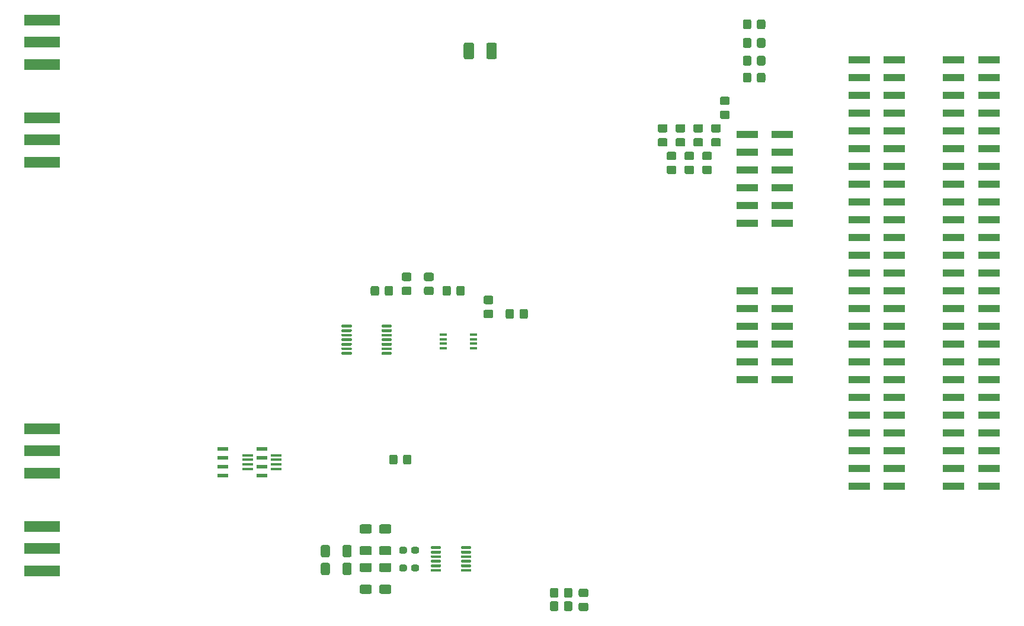
<source format=gtp>
G04 #@! TF.GenerationSoftware,KiCad,Pcbnew,5.1.10-88a1d61d58~88~ubuntu18.04.1*
G04 #@! TF.CreationDate,2022-02-07T17:50:13+01:00*
G04 #@! TF.ProjectId,FPGA_buffer_board,46504741-5f62-4756-9666-65725f626f61,v1.4*
G04 #@! TF.SameCoordinates,Original*
G04 #@! TF.FileFunction,Paste,Top*
G04 #@! TF.FilePolarity,Positive*
%FSLAX46Y46*%
G04 Gerber Fmt 4.6, Leading zero omitted, Abs format (unit mm)*
G04 Created by KiCad (PCBNEW 5.1.10-88a1d61d58~88~ubuntu18.04.1) date 2022-02-07 17:50:13*
%MOMM*%
%LPD*%
G01*
G04 APERTURE LIST*
%ADD10R,3.150000X1.000000*%
%ADD11R,1.520000X0.600000*%
%ADD12R,1.524000X0.450000*%
%ADD13R,5.080000X1.500000*%
%ADD14R,1.100000X0.400000*%
G04 APERTURE END LIST*
G36*
G01*
X189160999Y-73298000D02*
X190061001Y-73298000D01*
G75*
G02*
X190311000Y-73547999I0J-249999D01*
G01*
X190311000Y-74248001D01*
G75*
G02*
X190061001Y-74498000I-249999J0D01*
G01*
X189160999Y-74498000D01*
G75*
G02*
X188911000Y-74248001I0J249999D01*
G01*
X188911000Y-73547999D01*
G75*
G02*
X189160999Y-73298000I249999J0D01*
G01*
G37*
G36*
G01*
X189160999Y-71298000D02*
X190061001Y-71298000D01*
G75*
G02*
X190311000Y-71547999I0J-249999D01*
G01*
X190311000Y-72248001D01*
G75*
G02*
X190061001Y-72498000I-249999J0D01*
G01*
X189160999Y-72498000D01*
G75*
G02*
X188911000Y-72248001I0J249999D01*
G01*
X188911000Y-71547999D01*
G75*
G02*
X189160999Y-71298000I249999J0D01*
G01*
G37*
G36*
G01*
X193402000Y-60509999D02*
X193402000Y-61410001D01*
G75*
G02*
X193152001Y-61660000I-249999J0D01*
G01*
X192451999Y-61660000D01*
G75*
G02*
X192202000Y-61410001I0J249999D01*
G01*
X192202000Y-60509999D01*
G75*
G02*
X192451999Y-60260000I249999J0D01*
G01*
X193152001Y-60260000D01*
G75*
G02*
X193402000Y-60509999I0J-249999D01*
G01*
G37*
G36*
G01*
X195402000Y-60509999D02*
X195402000Y-61410001D01*
G75*
G02*
X195152001Y-61660000I-249999J0D01*
G01*
X194451999Y-61660000D01*
G75*
G02*
X194202000Y-61410001I0J249999D01*
G01*
X194202000Y-60509999D01*
G75*
G02*
X194451999Y-60260000I249999J0D01*
G01*
X195152001Y-60260000D01*
G75*
G02*
X195402000Y-60509999I0J-249999D01*
G01*
G37*
G36*
G01*
X193402000Y-63176999D02*
X193402000Y-64077001D01*
G75*
G02*
X193152001Y-64327000I-249999J0D01*
G01*
X192451999Y-64327000D01*
G75*
G02*
X192202000Y-64077001I0J249999D01*
G01*
X192202000Y-63176999D01*
G75*
G02*
X192451999Y-62927000I249999J0D01*
G01*
X193152001Y-62927000D01*
G75*
G02*
X193402000Y-63176999I0J-249999D01*
G01*
G37*
G36*
G01*
X195402000Y-63176999D02*
X195402000Y-64077001D01*
G75*
G02*
X195152001Y-64327000I-249999J0D01*
G01*
X194451999Y-64327000D01*
G75*
G02*
X194202000Y-64077001I0J249999D01*
G01*
X194202000Y-63176999D01*
G75*
G02*
X194451999Y-62927000I249999J0D01*
G01*
X195152001Y-62927000D01*
G75*
G02*
X195402000Y-63176999I0J-249999D01*
G01*
G37*
G36*
G01*
X193402000Y-65716999D02*
X193402000Y-66617001D01*
G75*
G02*
X193152001Y-66867000I-249999J0D01*
G01*
X192451999Y-66867000D01*
G75*
G02*
X192202000Y-66617001I0J249999D01*
G01*
X192202000Y-65716999D01*
G75*
G02*
X192451999Y-65467000I249999J0D01*
G01*
X193152001Y-65467000D01*
G75*
G02*
X193402000Y-65716999I0J-249999D01*
G01*
G37*
G36*
G01*
X195402000Y-65716999D02*
X195402000Y-66617001D01*
G75*
G02*
X195152001Y-66867000I-249999J0D01*
G01*
X194451999Y-66867000D01*
G75*
G02*
X194202000Y-66617001I0J249999D01*
G01*
X194202000Y-65716999D01*
G75*
G02*
X194451999Y-65467000I249999J0D01*
G01*
X195152001Y-65467000D01*
G75*
G02*
X195402000Y-65716999I0J-249999D01*
G01*
G37*
G36*
G01*
X193402000Y-68129999D02*
X193402000Y-69030001D01*
G75*
G02*
X193152001Y-69280000I-249999J0D01*
G01*
X192451999Y-69280000D01*
G75*
G02*
X192202000Y-69030001I0J249999D01*
G01*
X192202000Y-68129999D01*
G75*
G02*
X192451999Y-67880000I249999J0D01*
G01*
X193152001Y-67880000D01*
G75*
G02*
X193402000Y-68129999I0J-249999D01*
G01*
G37*
G36*
G01*
X195402000Y-68129999D02*
X195402000Y-69030001D01*
G75*
G02*
X195152001Y-69280000I-249999J0D01*
G01*
X194451999Y-69280000D01*
G75*
G02*
X194202000Y-69030001I0J249999D01*
G01*
X194202000Y-68129999D01*
G75*
G02*
X194451999Y-67880000I249999J0D01*
G01*
X195152001Y-67880000D01*
G75*
G02*
X195402000Y-68129999I0J-249999D01*
G01*
G37*
G36*
G01*
X180270999Y-77235000D02*
X181171001Y-77235000D01*
G75*
G02*
X181421000Y-77484999I0J-249999D01*
G01*
X181421000Y-78185001D01*
G75*
G02*
X181171001Y-78435000I-249999J0D01*
G01*
X180270999Y-78435000D01*
G75*
G02*
X180021000Y-78185001I0J249999D01*
G01*
X180021000Y-77484999D01*
G75*
G02*
X180270999Y-77235000I249999J0D01*
G01*
G37*
G36*
G01*
X180270999Y-75235000D02*
X181171001Y-75235000D01*
G75*
G02*
X181421000Y-75484999I0J-249999D01*
G01*
X181421000Y-76185001D01*
G75*
G02*
X181171001Y-76435000I-249999J0D01*
G01*
X180270999Y-76435000D01*
G75*
G02*
X180021000Y-76185001I0J249999D01*
G01*
X180021000Y-75484999D01*
G75*
G02*
X180270999Y-75235000I249999J0D01*
G01*
G37*
G36*
G01*
X181540999Y-81172000D02*
X182441001Y-81172000D01*
G75*
G02*
X182691000Y-81421999I0J-249999D01*
G01*
X182691000Y-82122001D01*
G75*
G02*
X182441001Y-82372000I-249999J0D01*
G01*
X181540999Y-82372000D01*
G75*
G02*
X181291000Y-82122001I0J249999D01*
G01*
X181291000Y-81421999D01*
G75*
G02*
X181540999Y-81172000I249999J0D01*
G01*
G37*
G36*
G01*
X181540999Y-79172000D02*
X182441001Y-79172000D01*
G75*
G02*
X182691000Y-79421999I0J-249999D01*
G01*
X182691000Y-80122001D01*
G75*
G02*
X182441001Y-80372000I-249999J0D01*
G01*
X181540999Y-80372000D01*
G75*
G02*
X181291000Y-80122001I0J249999D01*
G01*
X181291000Y-79421999D01*
G75*
G02*
X181540999Y-79172000I249999J0D01*
G01*
G37*
G36*
G01*
X182810999Y-77235000D02*
X183711001Y-77235000D01*
G75*
G02*
X183961000Y-77484999I0J-249999D01*
G01*
X183961000Y-78185001D01*
G75*
G02*
X183711001Y-78435000I-249999J0D01*
G01*
X182810999Y-78435000D01*
G75*
G02*
X182561000Y-78185001I0J249999D01*
G01*
X182561000Y-77484999D01*
G75*
G02*
X182810999Y-77235000I249999J0D01*
G01*
G37*
G36*
G01*
X182810999Y-75235000D02*
X183711001Y-75235000D01*
G75*
G02*
X183961000Y-75484999I0J-249999D01*
G01*
X183961000Y-76185001D01*
G75*
G02*
X183711001Y-76435000I-249999J0D01*
G01*
X182810999Y-76435000D01*
G75*
G02*
X182561000Y-76185001I0J249999D01*
G01*
X182561000Y-75484999D01*
G75*
G02*
X182810999Y-75235000I249999J0D01*
G01*
G37*
G36*
G01*
X184080999Y-81172000D02*
X184981001Y-81172000D01*
G75*
G02*
X185231000Y-81421999I0J-249999D01*
G01*
X185231000Y-82122001D01*
G75*
G02*
X184981001Y-82372000I-249999J0D01*
G01*
X184080999Y-82372000D01*
G75*
G02*
X183831000Y-82122001I0J249999D01*
G01*
X183831000Y-81421999D01*
G75*
G02*
X184080999Y-81172000I249999J0D01*
G01*
G37*
G36*
G01*
X184080999Y-79172000D02*
X184981001Y-79172000D01*
G75*
G02*
X185231000Y-79421999I0J-249999D01*
G01*
X185231000Y-80122001D01*
G75*
G02*
X184981001Y-80372000I-249999J0D01*
G01*
X184080999Y-80372000D01*
G75*
G02*
X183831000Y-80122001I0J249999D01*
G01*
X183831000Y-79421999D01*
G75*
G02*
X184080999Y-79172000I249999J0D01*
G01*
G37*
G36*
G01*
X185350999Y-77235000D02*
X186251001Y-77235000D01*
G75*
G02*
X186501000Y-77484999I0J-249999D01*
G01*
X186501000Y-78185001D01*
G75*
G02*
X186251001Y-78435000I-249999J0D01*
G01*
X185350999Y-78435000D01*
G75*
G02*
X185101000Y-78185001I0J249999D01*
G01*
X185101000Y-77484999D01*
G75*
G02*
X185350999Y-77235000I249999J0D01*
G01*
G37*
G36*
G01*
X185350999Y-75235000D02*
X186251001Y-75235000D01*
G75*
G02*
X186501000Y-75484999I0J-249999D01*
G01*
X186501000Y-76185001D01*
G75*
G02*
X186251001Y-76435000I-249999J0D01*
G01*
X185350999Y-76435000D01*
G75*
G02*
X185101000Y-76185001I0J249999D01*
G01*
X185101000Y-75484999D01*
G75*
G02*
X185350999Y-75235000I249999J0D01*
G01*
G37*
G36*
G01*
X186620999Y-81172000D02*
X187521001Y-81172000D01*
G75*
G02*
X187771000Y-81421999I0J-249999D01*
G01*
X187771000Y-82122001D01*
G75*
G02*
X187521001Y-82372000I-249999J0D01*
G01*
X186620999Y-82372000D01*
G75*
G02*
X186371000Y-82122001I0J249999D01*
G01*
X186371000Y-81421999D01*
G75*
G02*
X186620999Y-81172000I249999J0D01*
G01*
G37*
G36*
G01*
X186620999Y-79172000D02*
X187521001Y-79172000D01*
G75*
G02*
X187771000Y-79421999I0J-249999D01*
G01*
X187771000Y-80122001D01*
G75*
G02*
X187521001Y-80372000I-249999J0D01*
G01*
X186620999Y-80372000D01*
G75*
G02*
X186371000Y-80122001I0J249999D01*
G01*
X186371000Y-79421999D01*
G75*
G02*
X186620999Y-79172000I249999J0D01*
G01*
G37*
G36*
G01*
X187890999Y-77235000D02*
X188791001Y-77235000D01*
G75*
G02*
X189041000Y-77484999I0J-249999D01*
G01*
X189041000Y-78185001D01*
G75*
G02*
X188791001Y-78435000I-249999J0D01*
G01*
X187890999Y-78435000D01*
G75*
G02*
X187641000Y-78185001I0J249999D01*
G01*
X187641000Y-77484999D01*
G75*
G02*
X187890999Y-77235000I249999J0D01*
G01*
G37*
G36*
G01*
X187890999Y-75235000D02*
X188791001Y-75235000D01*
G75*
G02*
X189041000Y-75484999I0J-249999D01*
G01*
X189041000Y-76185001D01*
G75*
G02*
X188791001Y-76435000I-249999J0D01*
G01*
X187890999Y-76435000D01*
G75*
G02*
X187641000Y-76185001I0J249999D01*
G01*
X187641000Y-75484999D01*
G75*
G02*
X187890999Y-75235000I249999J0D01*
G01*
G37*
G36*
G01*
X169868001Y-142840000D02*
X168967999Y-142840000D01*
G75*
G02*
X168718000Y-142590001I0J249999D01*
G01*
X168718000Y-141889999D01*
G75*
G02*
X168967999Y-141640000I249999J0D01*
G01*
X169868001Y-141640000D01*
G75*
G02*
X170118000Y-141889999I0J-249999D01*
G01*
X170118000Y-142590001D01*
G75*
G02*
X169868001Y-142840000I-249999J0D01*
G01*
G37*
G36*
G01*
X169868001Y-144840000D02*
X168967999Y-144840000D01*
G75*
G02*
X168718000Y-144590001I0J249999D01*
G01*
X168718000Y-143889999D01*
G75*
G02*
X168967999Y-143640000I249999J0D01*
G01*
X169868001Y-143640000D01*
G75*
G02*
X170118000Y-143889999I0J-249999D01*
G01*
X170118000Y-144590001D01*
G75*
G02*
X169868001Y-144840000I-249999J0D01*
G01*
G37*
G36*
G01*
X166627000Y-144595001D02*
X166627000Y-143694999D01*
G75*
G02*
X166876999Y-143445000I249999J0D01*
G01*
X167577001Y-143445000D01*
G75*
G02*
X167827000Y-143694999I0J-249999D01*
G01*
X167827000Y-144595001D01*
G75*
G02*
X167577001Y-144845000I-249999J0D01*
G01*
X166876999Y-144845000D01*
G75*
G02*
X166627000Y-144595001I0J249999D01*
G01*
G37*
G36*
G01*
X164627000Y-144595001D02*
X164627000Y-143694999D01*
G75*
G02*
X164876999Y-143445000I249999J0D01*
G01*
X165577001Y-143445000D01*
G75*
G02*
X165827000Y-143694999I0J-249999D01*
G01*
X165827000Y-144595001D01*
G75*
G02*
X165577001Y-144845000I-249999J0D01*
G01*
X164876999Y-144845000D01*
G75*
G02*
X164627000Y-144595001I0J249999D01*
G01*
G37*
G36*
G01*
X166627000Y-142690001D02*
X166627000Y-141789999D01*
G75*
G02*
X166876999Y-141540000I249999J0D01*
G01*
X167577001Y-141540000D01*
G75*
G02*
X167827000Y-141789999I0J-249999D01*
G01*
X167827000Y-142690001D01*
G75*
G02*
X167577001Y-142940000I-249999J0D01*
G01*
X166876999Y-142940000D01*
G75*
G02*
X166627000Y-142690001I0J249999D01*
G01*
G37*
G36*
G01*
X164627000Y-142690001D02*
X164627000Y-141789999D01*
G75*
G02*
X164876999Y-141540000I249999J0D01*
G01*
X165577001Y-141540000D01*
G75*
G02*
X165827000Y-141789999I0J-249999D01*
G01*
X165827000Y-142690001D01*
G75*
G02*
X165577001Y-142940000I-249999J0D01*
G01*
X164876999Y-142940000D01*
G75*
G02*
X164627000Y-142690001I0J249999D01*
G01*
G37*
D10*
X192786000Y-99060000D03*
X197836000Y-99060000D03*
X192786000Y-101600000D03*
X197836000Y-101600000D03*
X192786000Y-104140000D03*
X197836000Y-104140000D03*
X192786000Y-106680000D03*
X197836000Y-106680000D03*
X192786000Y-109220000D03*
X197836000Y-109220000D03*
X192786000Y-111760000D03*
X197836000Y-111760000D03*
G36*
G01*
X151911000Y-135863000D02*
X151911000Y-135663000D01*
G75*
G02*
X152011000Y-135563000I100000J0D01*
G01*
X153261000Y-135563000D01*
G75*
G02*
X153361000Y-135663000I0J-100000D01*
G01*
X153361000Y-135863000D01*
G75*
G02*
X153261000Y-135963000I-100000J0D01*
G01*
X152011000Y-135963000D01*
G75*
G02*
X151911000Y-135863000I0J100000D01*
G01*
G37*
G36*
G01*
X151911000Y-136513000D02*
X151911000Y-136313000D01*
G75*
G02*
X152011000Y-136213000I100000J0D01*
G01*
X153261000Y-136213000D01*
G75*
G02*
X153361000Y-136313000I0J-100000D01*
G01*
X153361000Y-136513000D01*
G75*
G02*
X153261000Y-136613000I-100000J0D01*
G01*
X152011000Y-136613000D01*
G75*
G02*
X151911000Y-136513000I0J100000D01*
G01*
G37*
G36*
G01*
X151911000Y-137163000D02*
X151911000Y-136963000D01*
G75*
G02*
X152011000Y-136863000I100000J0D01*
G01*
X153261000Y-136863000D01*
G75*
G02*
X153361000Y-136963000I0J-100000D01*
G01*
X153361000Y-137163000D01*
G75*
G02*
X153261000Y-137263000I-100000J0D01*
G01*
X152011000Y-137263000D01*
G75*
G02*
X151911000Y-137163000I0J100000D01*
G01*
G37*
G36*
G01*
X151911000Y-137813000D02*
X151911000Y-137613000D01*
G75*
G02*
X152011000Y-137513000I100000J0D01*
G01*
X153261000Y-137513000D01*
G75*
G02*
X153361000Y-137613000I0J-100000D01*
G01*
X153361000Y-137813000D01*
G75*
G02*
X153261000Y-137913000I-100000J0D01*
G01*
X152011000Y-137913000D01*
G75*
G02*
X151911000Y-137813000I0J100000D01*
G01*
G37*
G36*
G01*
X151911000Y-138463000D02*
X151911000Y-138263000D01*
G75*
G02*
X152011000Y-138163000I100000J0D01*
G01*
X153261000Y-138163000D01*
G75*
G02*
X153361000Y-138263000I0J-100000D01*
G01*
X153361000Y-138463000D01*
G75*
G02*
X153261000Y-138563000I-100000J0D01*
G01*
X152011000Y-138563000D01*
G75*
G02*
X151911000Y-138463000I0J100000D01*
G01*
G37*
G36*
G01*
X151911000Y-139113000D02*
X151911000Y-138913000D01*
G75*
G02*
X152011000Y-138813000I100000J0D01*
G01*
X153261000Y-138813000D01*
G75*
G02*
X153361000Y-138913000I0J-100000D01*
G01*
X153361000Y-139113000D01*
G75*
G02*
X153261000Y-139213000I-100000J0D01*
G01*
X152011000Y-139213000D01*
G75*
G02*
X151911000Y-139113000I0J100000D01*
G01*
G37*
G36*
G01*
X147611000Y-139113000D02*
X147611000Y-138913000D01*
G75*
G02*
X147711000Y-138813000I100000J0D01*
G01*
X148961000Y-138813000D01*
G75*
G02*
X149061000Y-138913000I0J-100000D01*
G01*
X149061000Y-139113000D01*
G75*
G02*
X148961000Y-139213000I-100000J0D01*
G01*
X147711000Y-139213000D01*
G75*
G02*
X147611000Y-139113000I0J100000D01*
G01*
G37*
G36*
G01*
X147611000Y-138463000D02*
X147611000Y-138263000D01*
G75*
G02*
X147711000Y-138163000I100000J0D01*
G01*
X148961000Y-138163000D01*
G75*
G02*
X149061000Y-138263000I0J-100000D01*
G01*
X149061000Y-138463000D01*
G75*
G02*
X148961000Y-138563000I-100000J0D01*
G01*
X147711000Y-138563000D01*
G75*
G02*
X147611000Y-138463000I0J100000D01*
G01*
G37*
G36*
G01*
X147611000Y-137813000D02*
X147611000Y-137613000D01*
G75*
G02*
X147711000Y-137513000I100000J0D01*
G01*
X148961000Y-137513000D01*
G75*
G02*
X149061000Y-137613000I0J-100000D01*
G01*
X149061000Y-137813000D01*
G75*
G02*
X148961000Y-137913000I-100000J0D01*
G01*
X147711000Y-137913000D01*
G75*
G02*
X147611000Y-137813000I0J100000D01*
G01*
G37*
G36*
G01*
X147611000Y-137163000D02*
X147611000Y-136963000D01*
G75*
G02*
X147711000Y-136863000I100000J0D01*
G01*
X148961000Y-136863000D01*
G75*
G02*
X149061000Y-136963000I0J-100000D01*
G01*
X149061000Y-137163000D01*
G75*
G02*
X148961000Y-137263000I-100000J0D01*
G01*
X147711000Y-137263000D01*
G75*
G02*
X147611000Y-137163000I0J100000D01*
G01*
G37*
G36*
G01*
X147611000Y-136513000D02*
X147611000Y-136313000D01*
G75*
G02*
X147711000Y-136213000I100000J0D01*
G01*
X148961000Y-136213000D01*
G75*
G02*
X149061000Y-136313000I0J-100000D01*
G01*
X149061000Y-136513000D01*
G75*
G02*
X148961000Y-136613000I-100000J0D01*
G01*
X147711000Y-136613000D01*
G75*
G02*
X147611000Y-136513000I0J100000D01*
G01*
G37*
G36*
G01*
X147611000Y-135863000D02*
X147611000Y-135663000D01*
G75*
G02*
X147711000Y-135563000I100000J0D01*
G01*
X148961000Y-135563000D01*
G75*
G02*
X149061000Y-135663000I0J-100000D01*
G01*
X149061000Y-135863000D01*
G75*
G02*
X148961000Y-135963000I-100000J0D01*
G01*
X147711000Y-135963000D01*
G75*
G02*
X147611000Y-135863000I0J100000D01*
G01*
G37*
G36*
G01*
X144174500Y-138446500D02*
X144174500Y-138921500D01*
G75*
G02*
X143937000Y-139159000I-237500J0D01*
G01*
X143337000Y-139159000D01*
G75*
G02*
X143099500Y-138921500I0J237500D01*
G01*
X143099500Y-138446500D01*
G75*
G02*
X143337000Y-138209000I237500J0D01*
G01*
X143937000Y-138209000D01*
G75*
G02*
X144174500Y-138446500I0J-237500D01*
G01*
G37*
G36*
G01*
X145899500Y-138446500D02*
X145899500Y-138921500D01*
G75*
G02*
X145662000Y-139159000I-237500J0D01*
G01*
X145062000Y-139159000D01*
G75*
G02*
X144824500Y-138921500I0J237500D01*
G01*
X144824500Y-138446500D01*
G75*
G02*
X145062000Y-138209000I237500J0D01*
G01*
X145662000Y-138209000D01*
G75*
G02*
X145899500Y-138446500I0J-237500D01*
G01*
G37*
D11*
X123444000Y-121625000D03*
X123444000Y-122895000D03*
X123444000Y-124165000D03*
X123444000Y-125435000D03*
X117856000Y-125435000D03*
X117856000Y-124165000D03*
X117856000Y-121625000D03*
X117856000Y-122895000D03*
D12*
X125476000Y-124505000D03*
X125476000Y-123855000D03*
X125476000Y-123205000D03*
X125476000Y-122555000D03*
X121412000Y-123855000D03*
X121412000Y-123205000D03*
X121412000Y-124505000D03*
X121412000Y-122555000D03*
D10*
X197836000Y-89408000D03*
X192786000Y-89408000D03*
X197836000Y-86868000D03*
X192786000Y-86868000D03*
X197836000Y-84328000D03*
X192786000Y-84328000D03*
X197836000Y-81788000D03*
X192786000Y-81788000D03*
X197836000Y-79248000D03*
X192786000Y-79248000D03*
X197836000Y-76708000D03*
X192786000Y-76708000D03*
G36*
G01*
X152285000Y-65695000D02*
X152285000Y-63845000D01*
G75*
G02*
X152535000Y-63595000I250000J0D01*
G01*
X153535000Y-63595000D01*
G75*
G02*
X153785000Y-63845000I0J-250000D01*
G01*
X153785000Y-65695000D01*
G75*
G02*
X153535000Y-65945000I-250000J0D01*
G01*
X152535000Y-65945000D01*
G75*
G02*
X152285000Y-65695000I0J250000D01*
G01*
G37*
G36*
G01*
X155535000Y-65695000D02*
X155535000Y-63845000D01*
G75*
G02*
X155785000Y-63595000I250000J0D01*
G01*
X156785000Y-63595000D01*
G75*
G02*
X157035000Y-63845000I0J-250000D01*
G01*
X157035000Y-65695000D01*
G75*
G02*
X156785000Y-65945000I-250000J0D01*
G01*
X155785000Y-65945000D01*
G75*
G02*
X155535000Y-65695000I0J250000D01*
G01*
G37*
D13*
X92075000Y-132715000D03*
X92075000Y-139065000D03*
X92075000Y-135890000D03*
X92075000Y-121920000D03*
X92075000Y-125095000D03*
X92075000Y-118745000D03*
G36*
G01*
X145899500Y-135906500D02*
X145899500Y-136381500D01*
G75*
G02*
X145662000Y-136619000I-237500J0D01*
G01*
X145062000Y-136619000D01*
G75*
G02*
X144824500Y-136381500I0J237500D01*
G01*
X144824500Y-135906500D01*
G75*
G02*
X145062000Y-135669000I237500J0D01*
G01*
X145662000Y-135669000D01*
G75*
G02*
X145899500Y-135906500I0J-237500D01*
G01*
G37*
G36*
G01*
X144174500Y-135906500D02*
X144174500Y-136381500D01*
G75*
G02*
X143937000Y-136619000I-237500J0D01*
G01*
X143337000Y-136619000D01*
G75*
G02*
X143099500Y-136381500I0J237500D01*
G01*
X143099500Y-135906500D01*
G75*
G02*
X143337000Y-135669000I237500J0D01*
G01*
X143937000Y-135669000D01*
G75*
G02*
X144174500Y-135906500I0J-237500D01*
G01*
G37*
D10*
X227330000Y-127000000D03*
X222280000Y-127000000D03*
X227330000Y-124460000D03*
X222280000Y-124460000D03*
X227330000Y-121920000D03*
X222280000Y-121920000D03*
X227330000Y-119380000D03*
X222280000Y-119380000D03*
X227330000Y-116840000D03*
X222280000Y-116840000D03*
X227330000Y-114300000D03*
X222280000Y-114300000D03*
X227330000Y-111760000D03*
X222280000Y-111760000D03*
X227330000Y-109220000D03*
X222280000Y-109220000D03*
X227330000Y-106680000D03*
X222280000Y-106680000D03*
X227330000Y-104140000D03*
X222280000Y-104140000D03*
X227330000Y-101600000D03*
X222280000Y-101600000D03*
X227330000Y-99060000D03*
X222280000Y-99060000D03*
X227330000Y-96520000D03*
X222280000Y-96520000D03*
X227330000Y-93980000D03*
X222280000Y-93980000D03*
X227330000Y-91440000D03*
X222280000Y-91440000D03*
X227330000Y-88900000D03*
X222280000Y-88900000D03*
X227330000Y-86360000D03*
X222280000Y-86360000D03*
X227330000Y-83820000D03*
X222280000Y-83820000D03*
X227330000Y-81280000D03*
X222280000Y-81280000D03*
X227330000Y-78740000D03*
X222280000Y-78740000D03*
X227330000Y-76200000D03*
X222280000Y-76200000D03*
X227330000Y-73660000D03*
X222280000Y-73660000D03*
X227330000Y-71120000D03*
X222280000Y-71120000D03*
X227330000Y-68580000D03*
X222280000Y-68580000D03*
X227330000Y-66040000D03*
X222280000Y-66040000D03*
X213838000Y-127000000D03*
X208788000Y-127000000D03*
X213838000Y-124460000D03*
X208788000Y-124460000D03*
X213838000Y-121920000D03*
X208788000Y-121920000D03*
X213838000Y-119380000D03*
X208788000Y-119380000D03*
X213838000Y-116840000D03*
X208788000Y-116840000D03*
X213838000Y-114300000D03*
X208788000Y-114300000D03*
X213838000Y-111760000D03*
X208788000Y-111760000D03*
X213838000Y-109220000D03*
X208788000Y-109220000D03*
X213838000Y-106680000D03*
X208788000Y-106680000D03*
X213838000Y-104140000D03*
X208788000Y-104140000D03*
X213838000Y-101600000D03*
X208788000Y-101600000D03*
X213838000Y-99060000D03*
X208788000Y-99060000D03*
X213838000Y-96520000D03*
X208788000Y-96520000D03*
X213838000Y-93980000D03*
X208788000Y-93980000D03*
X213838000Y-91440000D03*
X208788000Y-91440000D03*
X213838000Y-88900000D03*
X208788000Y-88900000D03*
X213838000Y-86360000D03*
X208788000Y-86360000D03*
X213838000Y-83820000D03*
X208788000Y-83820000D03*
X213838000Y-81280000D03*
X208788000Y-81280000D03*
X213838000Y-78740000D03*
X208788000Y-78740000D03*
X213838000Y-76200000D03*
X208788000Y-76200000D03*
X213838000Y-73660000D03*
X208788000Y-73660000D03*
X213838000Y-71120000D03*
X208788000Y-71120000D03*
X213838000Y-68580000D03*
X208788000Y-68580000D03*
X213838000Y-66040000D03*
X208788000Y-66040000D03*
G36*
G01*
X131886000Y-136896001D02*
X131886000Y-135645999D01*
G75*
G02*
X132135999Y-135396000I249999J0D01*
G01*
X132936001Y-135396000D01*
G75*
G02*
X133186000Y-135645999I0J-249999D01*
G01*
X133186000Y-136896001D01*
G75*
G02*
X132936001Y-137146000I-249999J0D01*
G01*
X132135999Y-137146000D01*
G75*
G02*
X131886000Y-136896001I0J249999D01*
G01*
G37*
G36*
G01*
X134986000Y-136896001D02*
X134986000Y-135645999D01*
G75*
G02*
X135235999Y-135396000I249999J0D01*
G01*
X136036001Y-135396000D01*
G75*
G02*
X136286000Y-135645999I0J-249999D01*
G01*
X136286000Y-136896001D01*
G75*
G02*
X136036001Y-137146000I-249999J0D01*
G01*
X135235999Y-137146000D01*
G75*
G02*
X134986000Y-136896001I0J249999D01*
G01*
G37*
G36*
G01*
X134986000Y-139436001D02*
X134986000Y-138185999D01*
G75*
G02*
X135235999Y-137936000I249999J0D01*
G01*
X136036001Y-137936000D01*
G75*
G02*
X136286000Y-138185999I0J-249999D01*
G01*
X136286000Y-139436001D01*
G75*
G02*
X136036001Y-139686000I-249999J0D01*
G01*
X135235999Y-139686000D01*
G75*
G02*
X134986000Y-139436001I0J249999D01*
G01*
G37*
G36*
G01*
X131886000Y-139436001D02*
X131886000Y-138185999D01*
G75*
G02*
X132135999Y-137936000I249999J0D01*
G01*
X132936001Y-137936000D01*
G75*
G02*
X133186000Y-138185999I0J-249999D01*
G01*
X133186000Y-139436001D01*
G75*
G02*
X132936001Y-139686000I-249999J0D01*
G01*
X132135999Y-139686000D01*
G75*
G02*
X131886000Y-139436001I0J249999D01*
G01*
G37*
G36*
G01*
X138928001Y-142371500D02*
X137677999Y-142371500D01*
G75*
G02*
X137428000Y-142121501I0J249999D01*
G01*
X137428000Y-141321499D01*
G75*
G02*
X137677999Y-141071500I249999J0D01*
G01*
X138928001Y-141071500D01*
G75*
G02*
X139178000Y-141321499I0J-249999D01*
G01*
X139178000Y-142121501D01*
G75*
G02*
X138928001Y-142371500I-249999J0D01*
G01*
G37*
G36*
G01*
X138928001Y-139271500D02*
X137677999Y-139271500D01*
G75*
G02*
X137428000Y-139021501I0J249999D01*
G01*
X137428000Y-138221499D01*
G75*
G02*
X137677999Y-137971500I249999J0D01*
G01*
X138928001Y-137971500D01*
G75*
G02*
X139178000Y-138221499I0J-249999D01*
G01*
X139178000Y-139021501D01*
G75*
G02*
X138928001Y-139271500I-249999J0D01*
G01*
G37*
G36*
G01*
X141722001Y-142371500D02*
X140471999Y-142371500D01*
G75*
G02*
X140222000Y-142121501I0J249999D01*
G01*
X140222000Y-141321499D01*
G75*
G02*
X140471999Y-141071500I249999J0D01*
G01*
X141722001Y-141071500D01*
G75*
G02*
X141972000Y-141321499I0J-249999D01*
G01*
X141972000Y-142121501D01*
G75*
G02*
X141722001Y-142371500I-249999J0D01*
G01*
G37*
G36*
G01*
X141722001Y-139271500D02*
X140471999Y-139271500D01*
G75*
G02*
X140222000Y-139021501I0J249999D01*
G01*
X140222000Y-138221499D01*
G75*
G02*
X140471999Y-137971500I249999J0D01*
G01*
X141722001Y-137971500D01*
G75*
G02*
X141972000Y-138221499I0J-249999D01*
G01*
X141972000Y-139021501D01*
G75*
G02*
X141722001Y-139271500I-249999J0D01*
G01*
G37*
G36*
G01*
X140471999Y-135556500D02*
X141722001Y-135556500D01*
G75*
G02*
X141972000Y-135806499I0J-249999D01*
G01*
X141972000Y-136606501D01*
G75*
G02*
X141722001Y-136856500I-249999J0D01*
G01*
X140471999Y-136856500D01*
G75*
G02*
X140222000Y-136606501I0J249999D01*
G01*
X140222000Y-135806499D01*
G75*
G02*
X140471999Y-135556500I249999J0D01*
G01*
G37*
G36*
G01*
X140471999Y-132456500D02*
X141722001Y-132456500D01*
G75*
G02*
X141972000Y-132706499I0J-249999D01*
G01*
X141972000Y-133506501D01*
G75*
G02*
X141722001Y-133756500I-249999J0D01*
G01*
X140471999Y-133756500D01*
G75*
G02*
X140222000Y-133506501I0J249999D01*
G01*
X140222000Y-132706499D01*
G75*
G02*
X140471999Y-132456500I249999J0D01*
G01*
G37*
G36*
G01*
X137677999Y-135556500D02*
X138928001Y-135556500D01*
G75*
G02*
X139178000Y-135806499I0J-249999D01*
G01*
X139178000Y-136606501D01*
G75*
G02*
X138928001Y-136856500I-249999J0D01*
G01*
X137677999Y-136856500D01*
G75*
G02*
X137428000Y-136606501I0J249999D01*
G01*
X137428000Y-135806499D01*
G75*
G02*
X137677999Y-135556500I249999J0D01*
G01*
G37*
G36*
G01*
X137677999Y-132456500D02*
X138928001Y-132456500D01*
G75*
G02*
X139178000Y-132706499I0J-249999D01*
G01*
X139178000Y-133506501D01*
G75*
G02*
X138928001Y-133756500I-249999J0D01*
G01*
X137677999Y-133756500D01*
G75*
G02*
X137428000Y-133506501I0J249999D01*
G01*
X137428000Y-132706499D01*
G75*
G02*
X137677999Y-132456500I249999J0D01*
G01*
G37*
G36*
G01*
X143640000Y-123640001D02*
X143640000Y-122739999D01*
G75*
G02*
X143889999Y-122490000I249999J0D01*
G01*
X144590001Y-122490000D01*
G75*
G02*
X144840000Y-122739999I0J-249999D01*
G01*
X144840000Y-123640001D01*
G75*
G02*
X144590001Y-123890000I-249999J0D01*
G01*
X143889999Y-123890000D01*
G75*
G02*
X143640000Y-123640001I0J249999D01*
G01*
G37*
G36*
G01*
X141640000Y-123640001D02*
X141640000Y-122739999D01*
G75*
G02*
X141889999Y-122490000I249999J0D01*
G01*
X142590001Y-122490000D01*
G75*
G02*
X142840000Y-122739999I0J-249999D01*
G01*
X142840000Y-123640001D01*
G75*
G02*
X142590001Y-123890000I-249999J0D01*
G01*
X141889999Y-123890000D01*
G75*
G02*
X141640000Y-123640001I0J249999D01*
G01*
G37*
D13*
X92075000Y-60325000D03*
X92075000Y-66675000D03*
X92075000Y-63500000D03*
G36*
G01*
X144595001Y-97660000D02*
X143694999Y-97660000D01*
G75*
G02*
X143445000Y-97410001I0J249999D01*
G01*
X143445000Y-96709999D01*
G75*
G02*
X143694999Y-96460000I249999J0D01*
G01*
X144595001Y-96460000D01*
G75*
G02*
X144845000Y-96709999I0J-249999D01*
G01*
X144845000Y-97410001D01*
G75*
G02*
X144595001Y-97660000I-249999J0D01*
G01*
G37*
G36*
G01*
X144595001Y-99660000D02*
X143694999Y-99660000D01*
G75*
G02*
X143445000Y-99410001I0J249999D01*
G01*
X143445000Y-98709999D01*
G75*
G02*
X143694999Y-98460000I249999J0D01*
G01*
X144595001Y-98460000D01*
G75*
G02*
X144845000Y-98709999I0J-249999D01*
G01*
X144845000Y-99410001D01*
G75*
G02*
X144595001Y-99660000I-249999J0D01*
G01*
G37*
G36*
G01*
X156279001Y-102962000D02*
X155378999Y-102962000D01*
G75*
G02*
X155129000Y-102712001I0J249999D01*
G01*
X155129000Y-102011999D01*
G75*
G02*
X155378999Y-101762000I249999J0D01*
G01*
X156279001Y-101762000D01*
G75*
G02*
X156529000Y-102011999I0J-249999D01*
G01*
X156529000Y-102712001D01*
G75*
G02*
X156279001Y-102962000I-249999J0D01*
G01*
G37*
G36*
G01*
X156279001Y-100962000D02*
X155378999Y-100962000D01*
G75*
G02*
X155129000Y-100712001I0J249999D01*
G01*
X155129000Y-100011999D01*
G75*
G02*
X155378999Y-99762000I249999J0D01*
G01*
X156279001Y-99762000D01*
G75*
G02*
X156529000Y-100011999I0J-249999D01*
G01*
X156529000Y-100712001D01*
G75*
G02*
X156279001Y-100962000I-249999J0D01*
G01*
G37*
G36*
G01*
X147770001Y-99660000D02*
X146869999Y-99660000D01*
G75*
G02*
X146620000Y-99410001I0J249999D01*
G01*
X146620000Y-98709999D01*
G75*
G02*
X146869999Y-98460000I249999J0D01*
G01*
X147770001Y-98460000D01*
G75*
G02*
X148020000Y-98709999I0J-249999D01*
G01*
X148020000Y-99410001D01*
G75*
G02*
X147770001Y-99660000I-249999J0D01*
G01*
G37*
G36*
G01*
X147770001Y-97660000D02*
X146869999Y-97660000D01*
G75*
G02*
X146620000Y-97410001I0J249999D01*
G01*
X146620000Y-96709999D01*
G75*
G02*
X146869999Y-96460000I249999J0D01*
G01*
X147770001Y-96460000D01*
G75*
G02*
X148020000Y-96709999I0J-249999D01*
G01*
X148020000Y-97410001D01*
G75*
G02*
X147770001Y-97660000I-249999J0D01*
G01*
G37*
G36*
G01*
X141005000Y-99510001D02*
X141005000Y-98609999D01*
G75*
G02*
X141254999Y-98360000I249999J0D01*
G01*
X141955001Y-98360000D01*
G75*
G02*
X142205000Y-98609999I0J-249999D01*
G01*
X142205000Y-99510001D01*
G75*
G02*
X141955001Y-99760000I-249999J0D01*
G01*
X141254999Y-99760000D01*
G75*
G02*
X141005000Y-99510001I0J249999D01*
G01*
G37*
G36*
G01*
X139005000Y-99510001D02*
X139005000Y-98609999D01*
G75*
G02*
X139254999Y-98360000I249999J0D01*
G01*
X139955001Y-98360000D01*
G75*
G02*
X140205000Y-98609999I0J-249999D01*
G01*
X140205000Y-99510001D01*
G75*
G02*
X139955001Y-99760000I-249999J0D01*
G01*
X139254999Y-99760000D01*
G75*
G02*
X139005000Y-99510001I0J249999D01*
G01*
G37*
G36*
G01*
X161477000Y-101911999D02*
X161477000Y-102812001D01*
G75*
G02*
X161227001Y-103062000I-249999J0D01*
G01*
X160526999Y-103062000D01*
G75*
G02*
X160277000Y-102812001I0J249999D01*
G01*
X160277000Y-101911999D01*
G75*
G02*
X160526999Y-101662000I249999J0D01*
G01*
X161227001Y-101662000D01*
G75*
G02*
X161477000Y-101911999I0J-249999D01*
G01*
G37*
G36*
G01*
X159477000Y-101911999D02*
X159477000Y-102812001D01*
G75*
G02*
X159227001Y-103062000I-249999J0D01*
G01*
X158526999Y-103062000D01*
G75*
G02*
X158277000Y-102812001I0J249999D01*
G01*
X158277000Y-101911999D01*
G75*
G02*
X158526999Y-101662000I249999J0D01*
G01*
X159227001Y-101662000D01*
G75*
G02*
X159477000Y-101911999I0J-249999D01*
G01*
G37*
G36*
G01*
X150460000Y-98609999D02*
X150460000Y-99510001D01*
G75*
G02*
X150210001Y-99760000I-249999J0D01*
G01*
X149509999Y-99760000D01*
G75*
G02*
X149260000Y-99510001I0J249999D01*
G01*
X149260000Y-98609999D01*
G75*
G02*
X149509999Y-98360000I249999J0D01*
G01*
X150210001Y-98360000D01*
G75*
G02*
X150460000Y-98609999I0J-249999D01*
G01*
G37*
G36*
G01*
X152460000Y-98609999D02*
X152460000Y-99510001D01*
G75*
G02*
X152210001Y-99760000I-249999J0D01*
G01*
X151509999Y-99760000D01*
G75*
G02*
X151260000Y-99510001I0J249999D01*
G01*
X151260000Y-98609999D01*
G75*
G02*
X151509999Y-98360000I249999J0D01*
G01*
X152210001Y-98360000D01*
G75*
G02*
X152460000Y-98609999I0J-249999D01*
G01*
G37*
X92075000Y-74295000D03*
X92075000Y-80645000D03*
X92075000Y-77470000D03*
G36*
G01*
X134830000Y-104195000D02*
X134830000Y-103995000D01*
G75*
G02*
X134930000Y-103895000I100000J0D01*
G01*
X136205000Y-103895000D01*
G75*
G02*
X136305000Y-103995000I0J-100000D01*
G01*
X136305000Y-104195000D01*
G75*
G02*
X136205000Y-104295000I-100000J0D01*
G01*
X134930000Y-104295000D01*
G75*
G02*
X134830000Y-104195000I0J100000D01*
G01*
G37*
G36*
G01*
X134830000Y-104845000D02*
X134830000Y-104645000D01*
G75*
G02*
X134930000Y-104545000I100000J0D01*
G01*
X136205000Y-104545000D01*
G75*
G02*
X136305000Y-104645000I0J-100000D01*
G01*
X136305000Y-104845000D01*
G75*
G02*
X136205000Y-104945000I-100000J0D01*
G01*
X134930000Y-104945000D01*
G75*
G02*
X134830000Y-104845000I0J100000D01*
G01*
G37*
G36*
G01*
X134830000Y-105495000D02*
X134830000Y-105295000D01*
G75*
G02*
X134930000Y-105195000I100000J0D01*
G01*
X136205000Y-105195000D01*
G75*
G02*
X136305000Y-105295000I0J-100000D01*
G01*
X136305000Y-105495000D01*
G75*
G02*
X136205000Y-105595000I-100000J0D01*
G01*
X134930000Y-105595000D01*
G75*
G02*
X134830000Y-105495000I0J100000D01*
G01*
G37*
G36*
G01*
X134830000Y-106145000D02*
X134830000Y-105945000D01*
G75*
G02*
X134930000Y-105845000I100000J0D01*
G01*
X136205000Y-105845000D01*
G75*
G02*
X136305000Y-105945000I0J-100000D01*
G01*
X136305000Y-106145000D01*
G75*
G02*
X136205000Y-106245000I-100000J0D01*
G01*
X134930000Y-106245000D01*
G75*
G02*
X134830000Y-106145000I0J100000D01*
G01*
G37*
G36*
G01*
X134830000Y-106795000D02*
X134830000Y-106595000D01*
G75*
G02*
X134930000Y-106495000I100000J0D01*
G01*
X136205000Y-106495000D01*
G75*
G02*
X136305000Y-106595000I0J-100000D01*
G01*
X136305000Y-106795000D01*
G75*
G02*
X136205000Y-106895000I-100000J0D01*
G01*
X134930000Y-106895000D01*
G75*
G02*
X134830000Y-106795000I0J100000D01*
G01*
G37*
G36*
G01*
X134830000Y-107445000D02*
X134830000Y-107245000D01*
G75*
G02*
X134930000Y-107145000I100000J0D01*
G01*
X136205000Y-107145000D01*
G75*
G02*
X136305000Y-107245000I0J-100000D01*
G01*
X136305000Y-107445000D01*
G75*
G02*
X136205000Y-107545000I-100000J0D01*
G01*
X134930000Y-107545000D01*
G75*
G02*
X134830000Y-107445000I0J100000D01*
G01*
G37*
G36*
G01*
X134830000Y-108095000D02*
X134830000Y-107895000D01*
G75*
G02*
X134930000Y-107795000I100000J0D01*
G01*
X136205000Y-107795000D01*
G75*
G02*
X136305000Y-107895000I0J-100000D01*
G01*
X136305000Y-108095000D01*
G75*
G02*
X136205000Y-108195000I-100000J0D01*
G01*
X134930000Y-108195000D01*
G75*
G02*
X134830000Y-108095000I0J100000D01*
G01*
G37*
G36*
G01*
X140555000Y-108095000D02*
X140555000Y-107895000D01*
G75*
G02*
X140655000Y-107795000I100000J0D01*
G01*
X141930000Y-107795000D01*
G75*
G02*
X142030000Y-107895000I0J-100000D01*
G01*
X142030000Y-108095000D01*
G75*
G02*
X141930000Y-108195000I-100000J0D01*
G01*
X140655000Y-108195000D01*
G75*
G02*
X140555000Y-108095000I0J100000D01*
G01*
G37*
G36*
G01*
X140555000Y-107445000D02*
X140555000Y-107245000D01*
G75*
G02*
X140655000Y-107145000I100000J0D01*
G01*
X141930000Y-107145000D01*
G75*
G02*
X142030000Y-107245000I0J-100000D01*
G01*
X142030000Y-107445000D01*
G75*
G02*
X141930000Y-107545000I-100000J0D01*
G01*
X140655000Y-107545000D01*
G75*
G02*
X140555000Y-107445000I0J100000D01*
G01*
G37*
G36*
G01*
X140555000Y-106795000D02*
X140555000Y-106595000D01*
G75*
G02*
X140655000Y-106495000I100000J0D01*
G01*
X141930000Y-106495000D01*
G75*
G02*
X142030000Y-106595000I0J-100000D01*
G01*
X142030000Y-106795000D01*
G75*
G02*
X141930000Y-106895000I-100000J0D01*
G01*
X140655000Y-106895000D01*
G75*
G02*
X140555000Y-106795000I0J100000D01*
G01*
G37*
G36*
G01*
X140555000Y-106145000D02*
X140555000Y-105945000D01*
G75*
G02*
X140655000Y-105845000I100000J0D01*
G01*
X141930000Y-105845000D01*
G75*
G02*
X142030000Y-105945000I0J-100000D01*
G01*
X142030000Y-106145000D01*
G75*
G02*
X141930000Y-106245000I-100000J0D01*
G01*
X140655000Y-106245000D01*
G75*
G02*
X140555000Y-106145000I0J100000D01*
G01*
G37*
G36*
G01*
X140555000Y-105495000D02*
X140555000Y-105295000D01*
G75*
G02*
X140655000Y-105195000I100000J0D01*
G01*
X141930000Y-105195000D01*
G75*
G02*
X142030000Y-105295000I0J-100000D01*
G01*
X142030000Y-105495000D01*
G75*
G02*
X141930000Y-105595000I-100000J0D01*
G01*
X140655000Y-105595000D01*
G75*
G02*
X140555000Y-105495000I0J100000D01*
G01*
G37*
G36*
G01*
X140555000Y-104845000D02*
X140555000Y-104645000D01*
G75*
G02*
X140655000Y-104545000I100000J0D01*
G01*
X141930000Y-104545000D01*
G75*
G02*
X142030000Y-104645000I0J-100000D01*
G01*
X142030000Y-104845000D01*
G75*
G02*
X141930000Y-104945000I-100000J0D01*
G01*
X140655000Y-104945000D01*
G75*
G02*
X140555000Y-104845000I0J100000D01*
G01*
G37*
G36*
G01*
X140555000Y-104195000D02*
X140555000Y-103995000D01*
G75*
G02*
X140655000Y-103895000I100000J0D01*
G01*
X141930000Y-103895000D01*
G75*
G02*
X142030000Y-103995000I0J-100000D01*
G01*
X142030000Y-104195000D01*
G75*
G02*
X141930000Y-104295000I-100000J0D01*
G01*
X140655000Y-104295000D01*
G75*
G02*
X140555000Y-104195000I0J100000D01*
G01*
G37*
D14*
X149361000Y-105324000D03*
X149361000Y-105974000D03*
X149361000Y-106624000D03*
X149361000Y-107274000D03*
X153661000Y-107274000D03*
X153661000Y-106624000D03*
X153661000Y-105974000D03*
X153661000Y-105324000D03*
M02*

</source>
